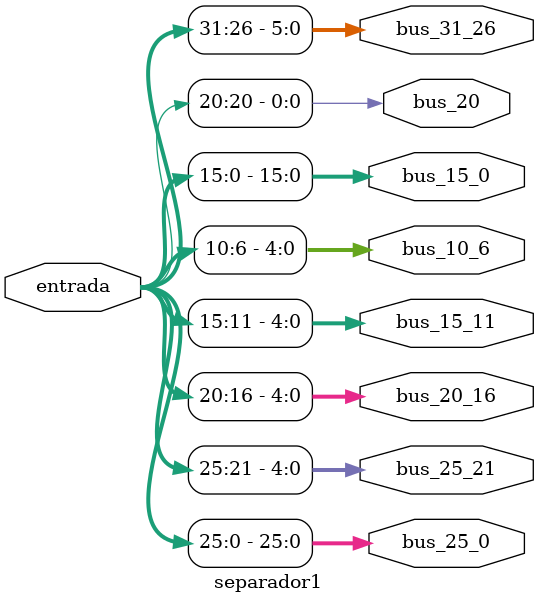
<source format=v>
module separador1
(entrada,bus_25_0,bus_25_21,bus_20_16,bus_15_11,bus_15_0,bus_20,bus_31_26,bus_10_6);
input [31:0] entrada;
output wire [25:0] bus_25_0;
output wire [4:0] bus_25_21, bus_20_16, bus_15_11, bus_10_6;
output wire [15:0] bus_15_0;
output wire bus_20;
output wire [5:0] bus_31_26;

assign bus_25_0 = entrada[25:0];
assign bus_25_21 = entrada[25:21];
assign bus_20_16 = entrada[20:16];
assign bus_15_11 = entrada[15:11];
assign bus_15_0 = entrada[15:0];
assign bus_20 = entrada[20];
assign bus_31_26 = entrada[31:26];
assign bus_10_6 = entrada[10:6];

endmodule

</source>
